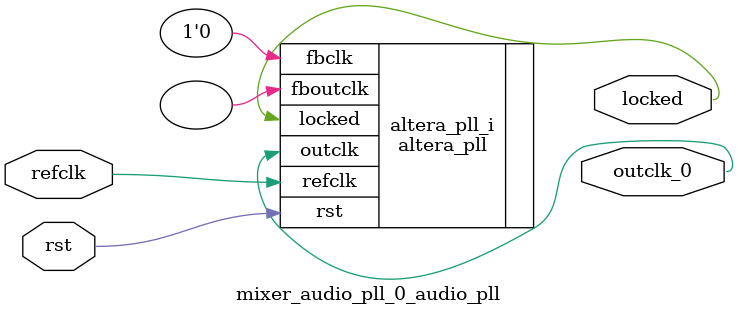
<source format=v>
`timescale 1ns/10ps
module  mixer_audio_pll_0_audio_pll(

	// interface 'refclk'
	input wire refclk,

	// interface 'reset'
	input wire rst,

	// interface 'outclk0'
	output wire outclk_0,

	// interface 'locked'
	output wire locked
);

	altera_pll #(
		.fractional_vco_multiplier("false"),
		.reference_clock_frequency("50.0 MHz"),
		.operation_mode("direct"),
		.number_of_clocks(1),
		.output_clock_frequency0("18.432203 MHz"),
		.phase_shift0("0 ps"),
		.duty_cycle0(50),
		.output_clock_frequency1("0 MHz"),
		.phase_shift1("0 ps"),
		.duty_cycle1(50),
		.output_clock_frequency2("0 MHz"),
		.phase_shift2("0 ps"),
		.duty_cycle2(50),
		.output_clock_frequency3("0 MHz"),
		.phase_shift3("0 ps"),
		.duty_cycle3(50),
		.output_clock_frequency4("0 MHz"),
		.phase_shift4("0 ps"),
		.duty_cycle4(50),
		.output_clock_frequency5("0 MHz"),
		.phase_shift5("0 ps"),
		.duty_cycle5(50),
		.output_clock_frequency6("0 MHz"),
		.phase_shift6("0 ps"),
		.duty_cycle6(50),
		.output_clock_frequency7("0 MHz"),
		.phase_shift7("0 ps"),
		.duty_cycle7(50),
		.output_clock_frequency8("0 MHz"),
		.phase_shift8("0 ps"),
		.duty_cycle8(50),
		.output_clock_frequency9("0 MHz"),
		.phase_shift9("0 ps"),
		.duty_cycle9(50),
		.output_clock_frequency10("0 MHz"),
		.phase_shift10("0 ps"),
		.duty_cycle10(50),
		.output_clock_frequency11("0 MHz"),
		.phase_shift11("0 ps"),
		.duty_cycle11(50),
		.output_clock_frequency12("0 MHz"),
		.phase_shift12("0 ps"),
		.duty_cycle12(50),
		.output_clock_frequency13("0 MHz"),
		.phase_shift13("0 ps"),
		.duty_cycle13(50),
		.output_clock_frequency14("0 MHz"),
		.phase_shift14("0 ps"),
		.duty_cycle14(50),
		.output_clock_frequency15("0 MHz"),
		.phase_shift15("0 ps"),
		.duty_cycle15(50),
		.output_clock_frequency16("0 MHz"),
		.phase_shift16("0 ps"),
		.duty_cycle16(50),
		.output_clock_frequency17("0 MHz"),
		.phase_shift17("0 ps"),
		.duty_cycle17(50),
		.pll_type("General"),
		.pll_subtype("General")
	) altera_pll_i (
		.rst	(rst),
		.outclk	({outclk_0}),
		.locked	(locked),
		.fboutclk	( ),
		.fbclk	(1'b0),
		.refclk	(refclk)
	);
endmodule


</source>
